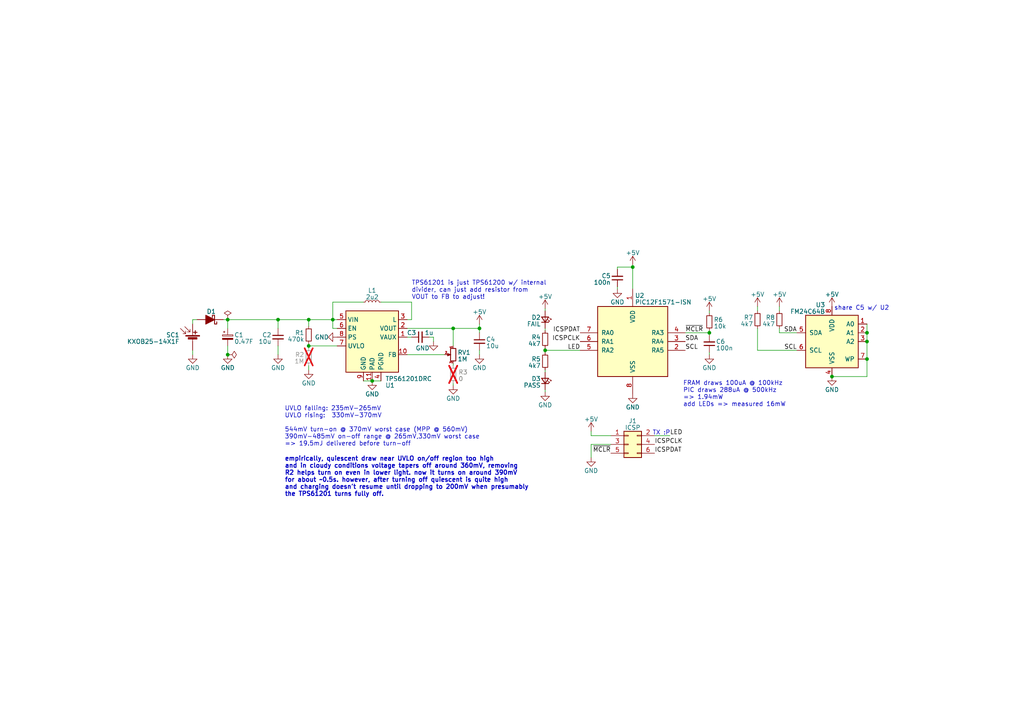
<source format=kicad_sch>
(kicad_sch (version 20231120) (generator "eeschema") (generator_version "8.0")
  (paper "A4")
  (lib_symbols
    (symbol "Connector_Generic:Conn_02x03_Odd_Even" (pin_names (offset 1.016) hide)
      (property "Reference" "J" (at 1.27 5.08 0))
      (property "Value" "Conn_02x03_Odd_Even" (at 1.27 -5.08 0))
      (symbol "Conn_02x03_Odd_Even_1_1"
        (rectangle (start -1.27 -2.413) (end 0 -2.667) (stroke (width 0.1524)))
        (rectangle (start -1.27 0.127) (end 0 -0.127) (stroke (width 0.1524)))
        (rectangle (start -1.27 2.667) (end 0 2.413) (stroke (width 0.1524)))
        (rectangle (start -1.27 3.81) (end 3.81 -3.81) (stroke (width 0.254)) (fill (type background)))
        (rectangle (start 3.81 -2.413) (end 2.54 -2.667) (stroke (width 0.1524)))
        (rectangle (start 3.81 0.127) (end 2.54 -0.127) (stroke (width 0.1524)))
        (rectangle (start 3.81 2.667) (end 2.54 2.413) (stroke (width 0.1524)))
        (pin passive line (at -5.08 2.54 0) (length 3.81) (name "Pin_1") (number "1"))
        (pin passive line (at 7.62 2.54 180) (length 3.81) (name "Pin_2") (number "2"))
        (pin passive line (at -5.08 0 0) (length 3.81) (name "Pin_3") (number "3"))
        (pin passive line (at 7.62 0 180) (length 3.81) (name "Pin_4") (number "4"))
        (pin passive line (at -5.08 -2.54 0) (length 3.81) (name "Pin_5") (number "5"))
        (pin passive line (at 7.62 -2.54 180) (length 3.81) (name "Pin_6") (number "6"))
      )
    )
    (symbol "Device:C_Polarized_Small" (pin_numbers hide) (pin_names (offset 0.254) hide)
      (property "Reference" "C" (at 0.254 1.778 0))
      (property "Value" "C_Polarized_Small" (at 0.254 -2.032 0))
      (symbol "C_Polarized_Small_0_1"
        (rectangle (start -1.524 -0.3048) (end 1.524 -0.6858) (fill (type outline)))
        (rectangle (start -1.524 0.6858) (end 1.524 0.3048))
        (polyline (pts (xy -1.27 1.524) (xy -0.762 1.524)))
        (polyline (pts (xy -1.016 1.27) (xy -1.016 1.778)))
      )
      (symbol "C_Polarized_Small_1_1"
        (pin passive line (at 0 2.54 270) (length 1.8542) (name "~") (number "1"))
        (pin passive line (at 0 -2.54 90) (length 1.8542) (name "~") (number "2"))
      )
    )
    (symbol "Device:C_Small" (pin_numbers hide) (pin_names (offset 0.254) hide)
      (property "Reference" "C" (at 0.254 1.778 0))
      (property "Value" "C_Small" (at 0.254 -2.032 0))
      (symbol "C_Small_0_1"
        (polyline (pts (xy -1.524 -0.508) (xy 1.524 -0.508)) (stroke (width 0.3302)))
        (polyline (pts (xy -1.524 0.508) (xy 1.524 0.508)) (stroke (width 0.3048)))
      )
      (symbol "C_Small_1_1"
        (pin passive line (at 0 2.54 270) (length 2.032) (name "~") (number "1"))
        (pin passive line (at 0 -2.54 90) (length 2.032) (name "~") (number "2"))
      )
    )
    (symbol "Device:D_Schottky_Filled" (pin_numbers hide) (pin_names (offset 1.016) hide)
      (property "Reference" "D" (at 0 2.54 0))
      (property "Value" "D_Schottky_Filled" (at 0 -2.54 0))
      (symbol "D_Schottky_Filled_0_1"
        (polyline (pts (xy 1.27 0) (xy -1.27 0)))
        (polyline (pts (xy 1.27 1.27) (xy 1.27 -1.27) (xy -1.27 0) (xy 1.27 1.27)) (stroke (width 0.254)) (fill (type outline)))
        (polyline (pts (xy -1.905 0.635) (xy -1.905 1.27) (xy -1.27 1.27) (xy -1.27 -1.27) (xy -0.635 -1.27) (xy -0.635 -0.635)) (stroke (width 0.254)))
      )
      (symbol "D_Schottky_Filled_1_1"
        (pin passive line (at -3.81 0 0) (length 2.54) (name "K") (number "1"))
        (pin passive line (at 3.81 0 180) (length 2.54) (name "A") (number "2"))
      )
    )
    (symbol "Device:LED_Small" (pin_numbers hide) (pin_names (offset 0.254) hide)
      (property "Reference" "D" (at -1.27 3.175 0))
      (property "Value" "LED_Small" (at -4.445 -2.54 0))
      (symbol "LED_Small_0_1"
        (polyline (pts (xy -0.762 -1.016) (xy -0.762 1.016)) (stroke (width 0.254)))
        (polyline (pts (xy 1.016 0) (xy -0.762 0)))
        (polyline (pts (xy 0.762 -1.016) (xy -0.762 0) (xy 0.762 1.016) (xy 0.762 -1.016)) (stroke (width 0.254)))
        (polyline (pts (xy 0 0.762) (xy -0.508 1.27) (xy -0.254 1.27) (xy -0.508 1.27) (xy -0.508 1.016)))
        (polyline (pts (xy 0.508 1.27) (xy 0 1.778) (xy 0.254 1.778) (xy 0 1.778) (xy 0 1.524)))
      )
      (symbol "LED_Small_1_1"
        (pin passive line (at -2.54 0 0) (length 1.778) (name "K") (number "1"))
        (pin passive line (at 2.54 0 180) (length 1.778) (name "A") (number "2"))
      )
    )
    (symbol "Device:L_Small" (pin_numbers hide) (pin_names (offset 0.254) hide)
      (property "Reference" "L" (at 0.762 1.016 0))
      (property "Value" "L_Small" (at 0.762 -1.016 0))
      (symbol "L_Small_0_1"
        (arc (start 0 -2.032) (mid 0.5058 -1.524) (end 0 -1.016))
        (arc (start 0 -1.016) (mid 0.5058 -0.508) (end 0 0))
        (arc (start 0 0) (mid 0.5058 0.508) (end 0 1.016))
        (arc (start 0 1.016) (mid 0.5058 1.524) (end 0 2.032))
      )
      (symbol "L_Small_1_1"
        (pin passive line (at 0 2.54 270) (length 0.508) (name "~") (number "1"))
        (pin passive line (at 0 -2.54 90) (length 0.508) (name "~") (number "2"))
      )
    )
    (symbol "Device:R_Potentiometer_Small" (pin_names (offset 1.016) hide)
      (property "Reference" "RV" (at -4.445 0 90))
      (property "Value" "R_Potentiometer_Small" (at -2.54 0 90))
      (symbol "R_Potentiometer_Small_0_1"
        (polyline (pts (xy 0.889 0) (xy 0.635 0) (xy 1.651 0.381) (xy 1.651 -0.381) (xy 0.635 0) (xy 0.889 0)) (fill (type outline)))
        (rectangle (start 0.762 1.8034) (end -0.762 -1.8034) (stroke (width 0.254)))
      )
      (symbol "R_Potentiometer_Small_1_1"
        (pin passive line (at 0 2.54 270) (length 0.635) (name "1") (number "1"))
        (pin passive line (at 2.54 0 180) (length 0.9906) (name "2") (number "2"))
        (pin passive line (at 0 -2.54 90) (length 0.635) (name "3") (number "3"))
      )
    )
    (symbol "Device:R_Small" (pin_numbers hide) (pin_names (offset 0.254) hide)
      (property "Reference" "R" (at 0.762 0.508 0))
      (property "Value" "R_Small" (at 0.762 -1.016 0))
      (symbol "R_Small_0_1"
        (rectangle (start -0.762 1.778) (end 0.762 -1.778) (stroke (width 0.2032)))
      )
      (symbol "R_Small_1_1"
        (pin passive line (at 0 2.54 270) (length 0.762) (name "~") (number "1"))
        (pin passive line (at 0 -2.54 90) (length 0.762) (name "~") (number "2"))
      )
    )
    (symbol "Device:Solar_Cell" (pin_numbers hide) (pin_names (offset 0) hide)
      (property "Reference" "SC" (at 2.54 2.54 0))
      (property "Value" "Solar_Cell" (at 2.54 0 0))
      (symbol "Solar_Cell_0_1"
        (rectangle (start -2.032 1.778) (end 2.032 1.524) (fill (type outline)))
        (rectangle (start -1.3208 1.1938) (end 1.27 0.6858) (fill (type outline)))
        (polyline (pts (xy -2.032 2.286) (xy -3.556 3.81)))
        (polyline (pts (xy -0.762 2.794) (xy -2.286 4.318)))
        (polyline (pts (xy 0 0.762) (xy 0 0)))
        (polyline (pts (xy 0 1.778) (xy 0 2.54)))
        (polyline (pts (xy 0.254 2.667) (xy 1.27 2.667)) (stroke (width 0.254)))
        (polyline (pts (xy 0.762 3.175) (xy 0.762 2.159)) (stroke (width 0.254)))
        (polyline (pts (xy -2.032 3.048) (xy -2.032 2.286) (xy -2.794 2.286)))
        (polyline (pts (xy -0.762 3.556) (xy -0.762 2.794) (xy -1.524 2.794)))
      )
      (symbol "Solar_Cell_1_1"
        (pin passive line (at 0 5.08 270) (length 2.54) (name "+") (number "1"))
        (pin passive line (at 0 -2.54 90) (length 2.54) (name "-") (number "2"))
      )
    )
    (symbol "MCU_Microchip_PIC12:PIC12F1501-ISN" (pin_names (offset 1.016))
      (property "Reference" "U" (at 1.27 13.97 0))
      (property "Value" "PIC12F1501-ISN" (at 1.27 11.43 0))
      (symbol "PIC12F1501-ISN_0_1"
        (rectangle (start 10.16 -10.16) (end -10.16 10.16) (stroke (width 0.254)) (fill (type background)))
      )
      (symbol "PIC12F1501-ISN_1_1"
        (pin power_in line (at 0 15.24 270) (length 5.08) (name "VDD") (number "1"))
        (pin bidirectional line (at 15.24 -2.54 180) (length 5.08) (name "RA5") (number "2"))
        (pin bidirectional line (at 15.24 0 180) (length 5.08) (name "RA4") (number "3"))
        (pin input line (at 15.24 2.54 180) (length 5.08) (name "RA3") (number "4"))
        (pin bidirectional line (at -15.24 -2.54 0) (length 5.08) (name "RA2") (number "5"))
        (pin bidirectional line (at -15.24 0 0) (length 5.08) (name "RA1") (number "6"))
        (pin bidirectional line (at -15.24 2.54 0) (length 5.08) (name "RA0") (number "7"))
        (pin power_in line (at 0 -15.24 90) (length 5.08) (name "VSS") (number "8"))
      )
    )
    (symbol "Memory_NVRAM:FM24C64B" (pin_names (offset 1.016))
      (property "Reference" "U" (at -5.08 8.89 0))
      (property "Value" "FM24C64B" (at 6.35 -8.89 0))
      (symbol "FM24C64B_0_1"
        (rectangle (start -7.62 7.62) (end 7.62 -7.62) (stroke (width 0.254)) (fill (type background)))
      )
      (symbol "FM24C64B_1_1"
        (pin input line (at -10.16 5.08 0) (length 2.54) (name "A0") (number "1"))
        (pin input line (at -10.16 2.54 0) (length 2.54) (name "A1") (number "2"))
        (pin input line (at -10.16 0 0) (length 2.54) (name "A2") (number "3"))
        (pin power_in line (at 0 -10.16 90) (length 2.54) (name "VSS") (number "4"))
        (pin bidirectional line (at 10.16 2.54 180) (length 2.54) (name "SDA") (number "5"))
        (pin input line (at 10.16 -2.54 180) (length 2.54) (name "SCL") (number "6"))
        (pin input line (at -10.16 -5.08 0) (length 2.54) (name "WP") (number "7"))
        (pin power_in line (at 0 10.16 270) (length 2.54) (name "VDD") (number "8"))
      )
    )
    (symbol "Regulator_Switching:TPS61201DRC"
      (property "Reference" "U" (at -10.16 8.89 0))
      (property "Value" "TPS61201DRC" (at -2.54 8.89 0))
      (symbol "TPS61201DRC_0_1"
        (rectangle (start -7.62 7.62) (end 7.62 -10.16) (stroke (width 0.254)) (fill (type background)))
      )
      (symbol "TPS61201DRC_1_1"
        (pin bidirectional line (at 10.16 0 180) (length 2.54) (name "VAUX") (number "1"))
        (pin input line (at 10.16 -5.08 180) (length 2.54) (name "FB") (number "10"))
        (pin power_in line (at 0 -12.7 90) (length 2.54) (name "PAD") (number "11"))
        (pin power_out line (at 10.16 2.54 180) (length 2.54) (name "VOUT") (number "2"))
        (pin input line (at 10.16 5.08 180) (length 2.54) (name "L") (number "3"))
        (pin power_in line (at 2.54 -12.7 90) (length 2.54) (name "PGND") (number "4"))
        (pin power_in line (at -10.16 5.08 0) (length 2.54) (name "VIN") (number "5"))
        (pin input line (at -10.16 2.54 0) (length 2.54) (name "EN") (number "6"))
        (pin input line (at -10.16 -2.54 0) (length 2.54) (name "UVLO") (number "7"))
        (pin input line (at -10.16 0 0) (length 2.54) (name "PS") (number "8"))
        (pin power_in line (at -2.54 -12.7 90) (length 2.54) (name "GND") (number "9"))
      )
    )
    (symbol "power:+5V" (power) (pin_names (offset 0))
      (property "Value" "+5V" (at 0 3.556 0))
      (symbol "+5V_0_1"
        (polyline (pts (xy -0.762 1.27) (xy 0 2.54)))
        (polyline (pts (xy 0 0) (xy 0 2.54)))
        (polyline (pts (xy 0 2.54) (xy 0.762 1.27)))
      )
      (symbol "+5V_1_1"
        (pin power_in line (at 0 0 90) (length 0) hide (name "+5V") (number "1"))
      )
    )
    (symbol "power:GND" (power) (pin_names (offset 0))
      (property "Value" "GND" (at 0 -3.81 0))
      (symbol "GND_0_1"
        (polyline (pts (xy 0 0) (xy 0 -1.27) (xy 1.27 -1.27) (xy 0 -2.54) (xy -1.27 -1.27) (xy 0 -1.27)))
      )
      (symbol "GND_1_1"
        (pin power_in line (at 0 0 270) (length 0) hide (name "GND") (number "1"))
      )
    )
    (symbol "power:PWR_FLAG" (power) (pin_numbers hide) (pin_names (offset 0) hide)
      (property "Value" "PWR_FLAG" (at 0 3.81 0))
      (symbol "PWR_FLAG_0_0"
        (pin power_out line (at 0 0 90) (length 0) (name "pwr") (number "1"))
      )
      (symbol "PWR_FLAG_0_1"
        (polyline (pts (xy 0 0) (xy 0 1.27) (xy -1.016 1.905) (xy 0 2.54) (xy 1.016 1.905) (xy 0 1.27)))
      )
    )
  )
  (junction (at 107.95 110.49))
  (junction (at 66.04 102.87))
  (junction (at 183.515 77.47))
  (junction (at 131.445 95.25))
  (junction (at 80.645 92.71))
  (junction (at 251.46 104.14))
  (junction (at 158.115 101.6))
  (junction (at 89.535 100.33))
  (junction (at 66.04 92.71))
  (junction (at 251.46 96.52))
  (junction (at 89.535 92.71))
  (junction (at 241.3 109.22))
  (junction (at 96.52 92.71))
  (junction (at 139.065 95.25))
  (junction (at 205.74 96.52))
  (junction (at 251.46 99.06))
  (wire (pts (xy 158.115 100.965) (xy 158.115 101.6)))
  (wire (pts (xy 119.38 92.71) (xy 119.38 87.63)))
  (wire (pts (xy 96.52 92.71) (xy 89.535 92.71)))
  (wire (pts (xy 66.04 100.33) (xy 66.04 102.87)))
  (wire (pts (xy 251.46 96.52) (xy 251.46 99.06)))
  (wire (pts (xy 226.06 96.52) (xy 231.14 96.52)))
  (wire (pts (xy 183.515 76.835) (xy 183.515 77.47)))
  (wire (pts (xy 251.46 93.98) (xy 251.46 96.52)))
  (wire (pts (xy 89.535 92.71) (xy 80.645 92.71)))
  (wire (pts (xy 226.06 88.9) (xy 226.06 90.17)))
  (wire (pts (xy 171.45 128.905) (xy 177.165 128.905)))
  (wire (pts (xy 183.515 77.47) (xy 183.515 83.82)))
  (wire (pts (xy 66.04 95.25) (xy 66.04 92.71)))
  (wire (pts (xy 205.74 102.235) (xy 205.74 102.87)))
  (wire (pts (xy 66.04 92.71) (xy 80.645 92.71)))
  (wire (pts (xy 57.15 92.71) (xy 55.88 92.71)))
  (wire (pts (xy 118.11 102.87) (xy 128.905 102.87)))
  (wire (pts (xy 241.3 109.22) (xy 251.46 109.22)))
  (wire (pts (xy 139.065 101.6) (xy 139.065 102.87)))
  (wire (pts (xy 118.11 97.79) (xy 119.38 97.79)))
  (wire (pts (xy 124.46 97.79) (xy 125.73 97.79)))
  (wire (pts (xy 179.07 78.105) (xy 179.07 77.47)))
  (wire (pts (xy 251.46 99.06) (xy 251.46 104.14)))
  (wire (pts (xy 55.88 92.71) (xy 55.88 93.98)))
  (wire (pts (xy 89.535 100.33) (xy 97.79 100.33)))
  (wire (pts (xy 89.535 99.695) (xy 89.535 100.33)))
  (wire (pts (xy 96.52 87.63) (xy 96.52 92.71)))
  (wire (pts (xy 171.45 126.365) (xy 177.165 126.365)))
  (wire (pts (xy 66.04 92.71) (xy 64.77 92.71)))
  (wire (pts (xy 205.74 96.52) (xy 205.74 97.155)))
  (wire (pts (xy 205.74 90.17) (xy 205.74 90.805)))
  (wire (pts (xy 158.115 101.6) (xy 168.275 101.6)))
  (wire (pts (xy 231.14 101.6) (xy 219.71 101.6)))
  (wire (pts (xy 139.065 95.25) (xy 139.065 96.52)))
  (wire (pts (xy 219.71 101.6) (xy 219.71 95.25)))
  (wire (pts (xy 107.95 110.49) (xy 110.49 110.49)))
  (wire (pts (xy 131.445 95.25) (xy 139.065 95.25)))
  (wire (pts (xy 105.41 110.49) (xy 107.95 110.49)))
  (wire (pts (xy 89.535 92.71) (xy 89.535 94.615)))
  (wire (pts (xy 179.07 83.185) (xy 179.07 83.82)))
  (wire (pts (xy 80.645 100.33) (xy 80.645 102.87)))
  (wire (pts (xy 105.41 87.63) (xy 96.52 87.63)))
  (wire (pts (xy 89.535 106.045) (xy 89.535 107.315)))
  (wire (pts (xy 131.445 95.25) (xy 131.445 100.33)))
  (wire (pts (xy 97.79 95.25) (xy 96.52 95.25)))
  (wire (pts (xy 226.06 95.25) (xy 226.06 96.52)))
  (wire (pts (xy 96.52 95.25) (xy 96.52 92.71)))
  (wire (pts (xy 158.115 107.315) (xy 158.115 107.95)))
  (wire (pts (xy 131.445 111.125) (xy 131.445 111.76)))
  (wire (pts (xy 139.065 93.98) (xy 139.065 95.25)))
  (wire (pts (xy 171.45 132.715) (xy 171.45 128.905)))
  (wire (pts (xy 118.11 95.25) (xy 131.445 95.25)))
  (wire (pts (xy 96.52 92.71) (xy 97.79 92.71)))
  (wire (pts (xy 219.71 88.9) (xy 219.71 90.17)))
  (wire (pts (xy 89.535 100.33) (xy 89.535 100.965)))
  (wire (pts (xy 158.115 95.25) (xy 158.115 95.885)))
  (wire (pts (xy 158.115 101.6) (xy 158.115 102.235)))
  (wire (pts (xy 158.115 113.03) (xy 158.115 113.665)))
  (wire (pts (xy 131.445 105.41) (xy 131.445 106.045)))
  (wire (pts (xy 158.115 89.535) (xy 158.115 90.17)))
  (wire (pts (xy 118.11 92.71) (xy 119.38 92.71)))
  (wire (pts (xy 171.45 125.095) (xy 171.45 126.365)))
  (wire (pts (xy 80.645 92.71) (xy 80.645 95.25)))
  (wire (pts (xy 179.07 77.47) (xy 183.515 77.47)))
  (wire (pts (xy 55.88 101.6) (xy 55.88 102.87)))
  (wire (pts (xy 198.755 96.52) (xy 205.74 96.52)))
  (wire (pts (xy 205.74 96.52) (xy 205.74 95.885)))
  (wire (pts (xy 125.73 99.06) (xy 125.73 97.79)))
  (wire (pts (xy 110.49 87.63) (xy 119.38 87.63)))
  (wire (pts (xy 194.31 126.365) (xy 189.865 126.365)))
  (wire (pts (xy 251.46 104.14) (xy 251.46 109.22)))
  (text "TX :P" (at 189.23 126.365 0) (effects (font (size 1.27 1.27)) (justify left bottom)))
  (text "TPS61201 is just TPS61200 w/ internal\ndivider, can just add resistor from\nVOUT to FB to adjust!" (at 119.38 86.995 0) (effects (font (size 1.27 1.27)) (justify left bottom)))
  (text "empirically, quiescent draw near UVLO on/off region too high\nand in cloudy conditions voltage tapers off around 360mV, removing\nR2 helps turn on even in lower light. now it turns on around 390mV\nfor about ~0.5s. however, after turning off quiescent is quite high\nand charging doesn't resume until dropping to 200mV when presumably\nthe TPS61201 turns fully off." (at 82.55 144.145 0) (effects (font (size 1.27 1.27) (thickness 0.254) (bold yes)) (justify left bottom)))
  (text "share C5 w/ U2" (at 241.935 90.17 0) (effects (font (size 1.27 1.27)) (justify left bottom)))
  (text "FRAM draws 100uA @ 100kHz\nPIC draws 288uA @ 500kHz\n=> 1.94mW\nadd LEDs => measured 16mW\n" (at 198.12 118.11 0) (effects (font (size 1.27 1.27)) (justify left bottom)))
  (text "UVLO falling: 235mV-265mV\nUVLO rising:  330mV-370mV\n\n544mV turn-on @ 370mV worst case (MPP @ 560mV)\n390mV-485mV on-off range @ 265mV,330mV worst case\n=> 19.5mJ delivered before turn-off\n" (at 82.55 129.54 0) (effects (font (size 1.27 1.27)) (justify left bottom)))
  (label "ICSPCLK" (at 168.275 99.06 180))
  (label "~{MCLR}" (at 198.755 96.52 0))
  (label "~{MCLR}" (at 177.165 131.445 180))
  (label "ICSPDAT" (at 168.275 96.52 180))
  (label "SCL" (at 198.755 101.6 0))
  (label "SCL" (at 231.14 101.6 180))
  (label "SDA" (at 198.755 99.06 0))
  (label "ICSPCLK" (at 189.865 128.905 0))
  (label "SDA" (at 231.14 96.52 180))
  (label "ICSPDAT" (at 189.865 131.445 0))
  (label "LED" (at 194.31 126.365 0))
  (label "LED" (at 168.275 101.6 180))
  (symbol (lib_id "power:+5V") (at 158.115 89.535 0) (unit 1)
    (property "Reference" "#PWR011" (effects (hide yes)))
    (property "Value" "+5V" (at 158.115 86.0331 0))
  )
  (symbol (lib_id "power:GND") (at 158.115 113.665 0) (unit 1)
    (property "Reference" "#PWR012" (effects (hide yes)))
    (property "Value" "GND" (at 158.115 117.475 0))
  )
  (symbol (lib_id "power:+5V") (at 241.3 88.9 0) (unit 1)
    (property "Reference" "#PWR022" (effects (hide yes)))
    (property "Value" "+5V" (at 241.3 85.3981 0))
  )
  (symbol (lib_id "Regulator_Switching:TPS61201DRC") (at 107.95 97.79 0) (unit 1)
    (property "Reference" "U1" (at 111.76 111.76 0) (effects (justify left)))
    (property "Value" "TPS61201DRC" (at 111.76 109.855 0) (effects (justify left)))
    (property "Footprint" "Package_SON:Texas_S-PVSON-N10_ThermalVias" (effects (hide yes)))
    (property "Datasheet" "http://www.ti.com/lit/ds/symlink/tps61200.pdf" (effects (hide yes)))
  )
  (symbol (lib_id "power:GND") (at 107.95 110.49 0) (unit 1)
    (property "Reference" "#PWR06" (effects (hide yes)))
    (property "Value" "GND" (at 107.95 114.3 0))
  )
  (symbol (lib_id "Device:R_Small") (at 158.115 104.775 0) (mirror y) (unit 1)
    (property "Reference" "R5" (at 156.845 104.14 0) (effects (justify left)))
    (property "Value" "4k7" (at 156.845 106.045 0) (effects (justify left)))
    (property "Footprint" "Resistor_SMD:R_0603_1608Metric" (effects (hide yes)))
  )
  (symbol (lib_id "Device:LED_Small") (at 158.115 92.71 270) (mirror x) (unit 1)
    (property "Reference" "D2" (at 156.845 92.075 90) (effects (justify right)))
    (property "Value" "FAIL" (at 156.845 93.98 90) (effects (justify right)))
    (property "Footprint" "LED_SMD:LED_0603_1608Metric" (effects (hide yes)))
  )
  (symbol (lib_id "power:GND") (at 97.79 97.79 270) (unit 1)
    (property "Reference" "#PWR05" (effects (hide yes)))
    (property "Value" "GND" (at 93.345 97.79 90))
  )
  (symbol (lib_id "Device:R_Small") (at 158.115 98.425 0) (mirror y) (unit 1)
    (property "Reference" "R4" (at 156.845 97.79 0) (effects (justify left)))
    (property "Value" "4k7" (at 156.845 99.695 0) (effects (justify left)))
    (property "Footprint" "Resistor_SMD:R_0603_1608Metric" (effects (hide yes)))
  )
  (symbol (lib_id "power:GND") (at 171.45 132.715 0) (unit 1)
    (property "Reference" "#PWR014" (effects (hide yes)))
    (property "Value" "GND" (at 171.45 136.525 0))
  )
  (symbol (lib_id "Device:R_Small") (at 219.71 92.71 0) (mirror y) (unit 1)
    (property "Reference" "R7" (at 218.44 92.075 0) (effects (justify left)))
    (property "Value" "4k7" (at 218.44 93.98 0) (effects (justify left)))
    (property "Footprint" "Resistor_SMD:R_0603_1608Metric" (effects (hide yes)))
  )
  (symbol (lib_id "power:GND") (at 55.88 102.87 0) (unit 1)
    (property "Reference" "#PWR01" (effects (hide yes)))
    (property "Value" "GND" (at 55.88 106.68 0))
  )
  (symbol (lib_id "power:GND") (at 66.04 102.87 0) (unit 1)
    (property "Reference" "#PWR02" (effects (hide yes)))
    (property "Value" "GND" (at 66.04 106.68 0))
  )
  (symbol (lib_id "Device:LED_Small") (at 158.115 110.49 270) (mirror x) (unit 1)
    (property "Reference" "D3" (at 156.845 109.855 90) (effects (justify right)))
    (property "Value" "PASS" (at 156.845 111.76 90) (effects (justify right)))
    (property "Footprint" "LED_SMD:LED_0603_1608Metric" (effects (hide yes)))
  )
  (symbol (lib_id "Device:R_Potentiometer_Small") (at 131.445 102.87 0) (mirror y) (unit 1)
    (property "Reference" "RV1" (at 132.715 102.235 0) (effects (justify right)))
    (property "Value" "1M" (at 132.715 104.14 0) (effects (justify right)))
    (property "Footprint" "Potentiometer_SMD:Potentiometer_Bourns_TC33X_Vertical" (effects (hide yes)))
  )
  (symbol (lib_id "power:GND") (at 241.3 109.22 0) (unit 1)
    (property "Reference" "#PWR023" (effects (hide yes)))
    (property "Value" "GND" (at 241.3 113.03 0))
  )
  (symbol (lib_id "power:+5V") (at 226.06 88.9 0) (unit 1)
    (property "Reference" "#PWR021" (effects (hide yes)))
    (property "Value" "+5V" (at 226.06 85.3981 0))
  )
  (symbol (lib_id "power:GND") (at 131.445 111.76 0) (unit 1)
    (property "Reference" "#PWR08" (effects (hide yes)))
    (property "Value" "GND" (at 131.445 115.57 0))
  )
  (symbol (lib_id "Device:C_Polarized_Small") (at 66.04 97.79 0) (unit 1)
    (property "Reference" "C1" (at 67.945 97.155 0) (effects (justify left)))
    (property "Value" "0.47F" (at 67.945 99.06 0) (effects (justify left)))
    (property "Footprint" "Connector_PinHeader_2.54mm:PinHeader_1x02_P2.54mm_Vertical" (effects (hide yes)))
  )
  (symbol (lib_id "power:+5V") (at 139.065 93.98 0) (unit 1)
    (property "Reference" "#PWR09" (effects (hide yes)))
    (property "Value" "+5V" (at 139.065 90.4781 0))
  )
  (symbol (lib_id "power:GND") (at 179.07 83.82 0) (unit 1)
    (property "Reference" "#PWR015" (effects (hide yes)))
    (property "Value" "GND" (at 179.07 87.63 0))
  )
  (symbol (lib_id "Memory_NVRAM:FM24C64B") (at 241.3 99.06 0) (mirror y) (unit 1)
    (property "Reference" "U3" (at 239.3441 88.4301 0) (effects (justify left)))
    (property "Value" "FM24C64B" (at 239.3441 90.3511 0) (effects (justify left)))
    (property "Footprint" "Package_SO:SOIC-8_3.9x4.9mm_P1.27mm" (effects (hide yes)))
    (property "Datasheet" "http://www.cypress.com/file/41651/download" (effects (hide yes)))
  )
  (symbol (lib_id "Device:R_Small") (at 205.74 93.345 0) (unit 1)
    (property "Reference" "R6" (at 207.01 92.71 0) (effects (justify left)))
    (property "Value" "10k" (at 207.01 94.615 0) (effects (justify left)))
    (property "Footprint" "Resistor_SMD:R_0603_1608Metric" (effects (hide yes)))
  )
  (symbol (lib_id "power:GND") (at 80.645 102.87 0) (unit 1)
    (property "Reference" "#PWR03" (effects (hide yes)))
    (property "Value" "GND" (at 80.645 106.68 0))
  )
  (symbol (lib_id "Connector_Generic:Conn_02x03_Odd_Even") (at 182.245 128.905 0) (unit 1)
    (property "Reference" "J1" (at 183.515 122.0851 0))
    (property "Value" "ICSP" (at 183.515 124.0061 0))
    (property "Footprint" "Connector:Tag-Connect_TC2030-IDC-NL_2x03_P1.27mm_Vertical" (effects (hide yes)))
  )
  (symbol (lib_id "Device:L_Small") (at 107.95 87.63 90) (unit 1)
    (property "Reference" "L1" (at 107.95 84.2413 90))
    (property "Value" "2u2" (at 107.95 86.1623 90))
    (property "Footprint" "Inductor_SMD:L_0805_2012Metric" (effects (hide yes)))
  )
  (symbol (lib_id "Device:Solar_Cell") (at 55.88 99.06 0) (unit 1)
    (property "Reference" "SC1" (at 52.07 97.155 0) (effects (justify right)))
    (property "Value" "KXOB25-14X1F" (at 52.07 99.06 0) (effects (justify right)))
    (property "Footprint" "Resistor_SMD:R_4020_10251Metric" (effects (hide yes)))
  )
  (symbol (lib_id "power:+5V") (at 205.74 90.17 0) (unit 1)
    (property "Reference" "#PWR018" (effects (hide yes)))
    (property "Value" "+5V" (at 205.74 86.6681 0))
  )
  (symbol (lib_id "Device:C_Small") (at 80.645 97.79 0) (mirror y) (unit 1)
    (property "Reference" "C2" (at 78.74 97.155 0) (effects (justify left)))
    (property "Value" "10u" (at 78.74 99.06 0) (effects (justify left)))
    (property "Footprint" "Capacitor_SMD:C_0603_1608Metric" (effects (hide yes)))
  )
  (symbol (lib_id "Device:R_Small") (at 89.535 97.155 0) (mirror y) (unit 1)
    (property "Reference" "R1" (at 88.265 96.52 0) (effects (justify left)))
    (property "Value" "470k" (at 88.265 98.425 0) (effects (justify left)))
    (property "Footprint" "Resistor_SMD:R_0603_1608Metric" (effects (hide yes)))
  )
  (symbol (lib_id "power:PWR_FLAG") (at 66.04 92.71 0) (unit 1)
    (property "Reference" "#FLG01" (effects (hide yes)))
    (property "Value" "PWR_FLAG" (effects (hide yes)))
  )
  (symbol (lib_id "Device:D_Schottky_Filled") (at 60.96 92.71 180) (unit 1)
    (property "Reference" "D1" (at 61.2775 90.3511 0))
    (property "Value" "D_Schottky_Filled" (effects (hide yes)))
    (property "Footprint" "Diode_SMD:D_SOD-123" (effects (hide yes)))
  )
  (symbol (lib_id "power:PWR_FLAG") (at 66.04 102.87 270) (unit 1)
    (property "Reference" "#FLG02" (effects (hide yes)))
    (property "Value" "PWR_FLAG" (effects (hide yes)))
  )
  (symbol (lib_id "power:GND") (at 183.515 114.3 0) (unit 1)
    (property "Reference" "#PWR017" (effects (hide yes)))
    (property "Value" "GND" (at 183.515 118.11 0))
  )
  (symbol (lib_id "Device:C_Small") (at 121.92 97.79 90) (unit 1)
    (property "Reference" "C3" (at 119.38 96.52 90))
    (property "Value" "1u" (at 124.46 96.52 90))
    (property "Footprint" "Capacitor_SMD:C_0603_1608Metric" (effects (hide yes)))
  )
  (symbol (lib_id "power:+5V") (at 183.515 76.835 0) (unit 1)
    (property "Reference" "#PWR016" (effects (hide yes)))
    (property "Value" "+5V" (at 183.515 73.3331 0))
  )
  (symbol (lib_id "Device:C_Small") (at 139.065 99.06 0) (unit 1)
    (property "Reference" "C4" (at 140.97 98.425 0) (effects (justify left)))
    (property "Value" "10u" (at 140.97 100.33 0) (effects (justify left)))
    (property "Footprint" "Capacitor_SMD:C_0603_1608Metric" (effects (hide yes)))
  )
  (symbol (lib_id "MCU_Microchip_PIC12:PIC12F1501-ISN") (at 183.515 99.06 0) (unit 1)
    (property "Reference" "U2" (at 184.15 85.725 0) (effects (justify left)))
    (property "Value" "PIC12F1571-ISN" (at 184.15 87.63 0) (effects (justify left)))
    (property "Footprint" "Package_SO:SOIC-8_3.9x4.9mm_P1.27mm" (effects (hide yes)))
  )
  (symbol (lib_id "power:GND") (at 139.065 102.87 0) (unit 1)
    (property "Reference" "#PWR010" (effects (hide yes)))
    (property "Value" "GND" (at 139.065 106.68 0))
  )
  (symbol (lib_id "Device:C_Small") (at 205.74 99.695 180) (unit 1)
    (property "Reference" "C6" (at 207.645 99.06 0) (effects (justify right)))
    (property "Value" "100n" (at 207.645 100.965 0) (effects (justify right)))
    (property "Footprint" "Capacitor_SMD:C_0603_1608Metric" (effects (hide yes)))
  )
  (symbol (lib_id "power:+5V") (at 219.71 88.9 0) (unit 1)
    (property "Reference" "#PWR020" (effects (hide yes)))
    (property "Value" "+5V" (at 219.71 85.3981 0))
  )
  (symbol (lib_id "power:GND") (at 205.74 102.87 0) (unit 1)
    (property "Reference" "#PWR019" (effects (hide yes)))
    (property "Value" "GND" (at 205.74 106.68 0))
  )
  (symbol (lib_id "Device:R_Small") (at 89.535 103.505 0) (mirror y) (unit 1) (dnp yes)
    (property "Reference" "R2" (at 88.265 102.87 0) (effects (justify left)))
    (property "Value" "1M" (at 88.265 104.775 0) (effects (justify left)))
    (property "Footprint" "Resistor_SMD:R_0603_1608Metric" (effects (hide yes)))
  )
  (symbol (lib_id "power:GND") (at 125.73 99.06 0) (unit 1)
    (property "Reference" "#PWR07" (effects (hide yes)))
    (property "Value" "GND" (at 122.555 100.965 0))
  )
  (symbol (lib_id "power:GND") (at 89.535 107.315 0) (unit 1)
    (property "Reference" "#PWR04" (effects (hide yes)))
    (property "Value" "GND" (at 89.535 111.125 0))
  )
  (symbol (lib_id "power:+5V") (at 171.45 125.095 0) (unit 1)
    (property "Reference" "#PWR013" (effects (hide yes)))
    (property "Value" "+5V" (at 171.45 121.5931 0))
  )
  (symbol (lib_id "Device:R_Small") (at 131.445 108.585 0) (unit 1) (dnp yes)
    (property "Reference" "R3" (at 132.9436 107.9413 0) (effects (justify left)))
    (property "Value" "0" (at 132.9436 109.8623 0) (effects (justify left)))
    (property "Footprint" "Resistor_SMD:R_0603_1608Metric" (effects (hide yes)))
  )
  (symbol (lib_id "Device:C_Small") (at 179.07 80.645 0) (mirror x) (unit 1)
    (property "Reference" "C5" (at 177.165 80.01 0) (effects (justify right)))
    (property "Value" "100n" (at 177.165 81.915 0) (effects (justify right)))
    (property "Footprint" "Capacitor_SMD:C_0603_1608Metric" (effects (hide yes)))
  )
  (symbol (lib_id "Device:R_Small") (at 226.06 92.71 0) (mirror y) (unit 1)
    (property "Reference" "R8" (at 224.79 92.075 0) (effects (justify left)))
    (property "Value" "4k7" (at 224.79 93.98 0) (effects (justify left)))
    (property "Footprint" "Resistor_SMD:R_0603_1608Metric" (effects (hide yes)))
  )
)
</source>
